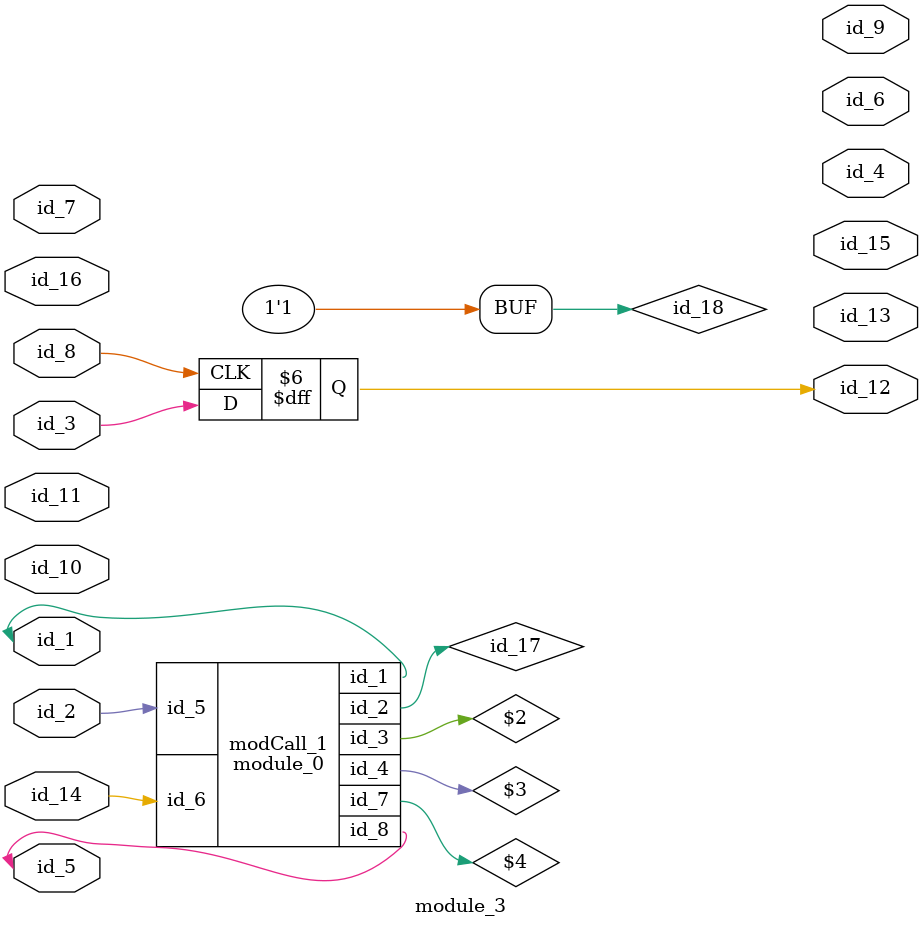
<source format=v>
module module_0 (
    id_1,
    id_2,
    id_3,
    id_4,
    id_5,
    id_6,
    id_7,
    id_8
);
  inout wire id_8;
  inout wire id_7;
  input wire id_6;
  input wire id_5;
  inout wire id_4;
  inout wire id_3;
  output wire id_2;
  inout wire id_1;
  wire id_9;
endmodule
module module_1;
  wire id_1;
  module_0 modCall_1 (
      id_1,
      id_1,
      id_1,
      id_1,
      id_1,
      id_1,
      id_1,
      id_1
  );
endmodule
module module_2 (
    id_1,
    id_2
);
  inout wire id_2;
  inout wire id_1;
  module_0 modCall_1 (
      id_2,
      id_1,
      id_1,
      id_2,
      id_2,
      id_1,
      id_2,
      id_2
  );
endmodule
module module_3 (
    id_1,
    id_2,
    id_3,
    id_4,
    id_5,
    id_6,
    id_7,
    id_8,
    id_9,
    id_10,
    id_11,
    id_12,
    id_13,
    id_14,
    id_15,
    id_16
);
  input wire id_16;
  output wire id_15;
  input wire id_14;
  output wire id_13;
  output wire id_12;
  input wire id_11;
  input wire id_10;
  output wire id_9;
  input wire id_8;
  input wire id_7;
  output wire id_6;
  inout wire id_5;
  output wire id_4;
  input wire id_3;
  input wire id_2;
  inout wire id_1;
  wire id_17;
  always @(posedge id_8) id_12 <= id_3;
  wor id_18 = 1;
  module_0 modCall_1 (
      id_1,
      id_17,
      id_18,
      id_18,
      id_2,
      id_14,
      id_18,
      id_5
  );
  wire id_19;
  wire id_20;
endmodule

</source>
